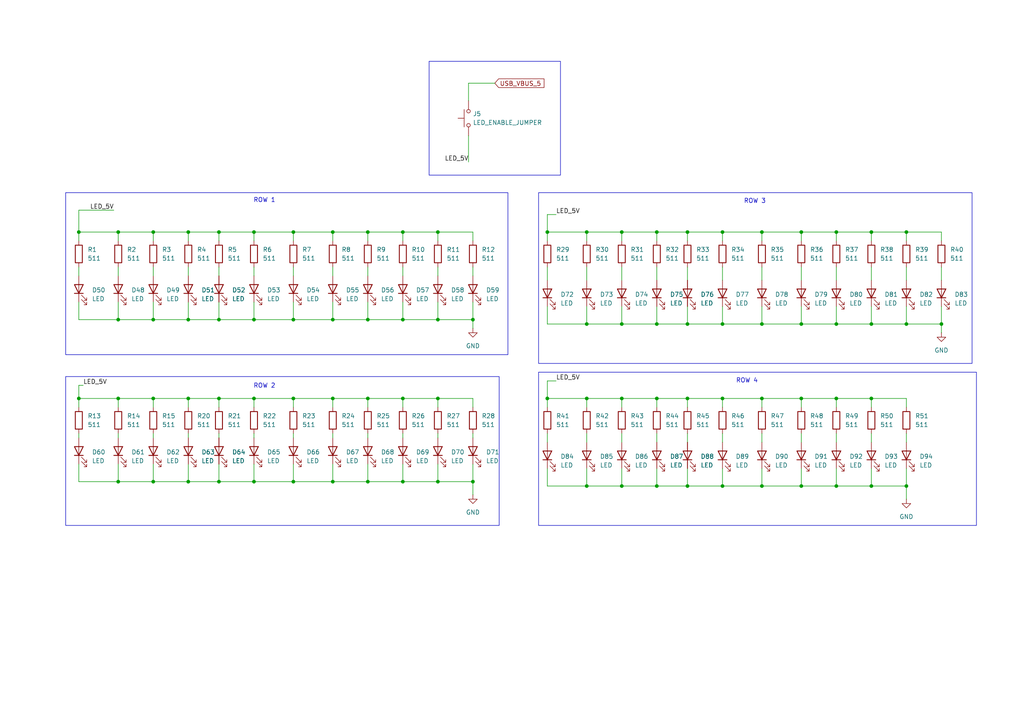
<source format=kicad_sch>
(kicad_sch (version 20231120) (generator "eeschema") (generator_version "8.0")
  (paper "A4")
  (title_block (title "40% Keyboard Switch Matrix") (date "2024-03-30") (rev "4") (company "Luke Zambella"))
  (lib_symbols
    (symbol "Device:LED" (pin_numbers hide) (pin_names (offset 1.016) hide)
      (property "Reference" "D" (at 0 2.54 0))
      (property "Value" "LED" (at 0 -2.54 0))
      (symbol "LED_1_1"
        (pin passive line (at -3.81 0 0) (length 2.54) (name "K") (number "1"))
        (pin passive line (at 3.81 0 180) (length 2.54) (name "A") (number "2"))
      )
    )
    (symbol "Device:R" (pin_numbers hide) (pin_names (offset 0))
      (property "Reference" "R" (at 2.032 0 90))
      (property "Value" "R" (at 0 0 90))
      (symbol "R_1_1"
        (pin passive line (at 0 3.81 270) (length 1.27) (name "~") (number "1"))
        (pin passive line (at 0 -3.81 90) (length 1.27) (name "~") (number "2"))
      )
    )
    (symbol "Switches:SW_Push" (pin_numbers hide) (pin_names (offset 1.016) hide)
      (property "Reference" "SW" (at 1.27 2.54 0))
      (property "Value" "SW_Push" (at 0 -1.524 0))
      (symbol "SW_Push_0_1"
        (pin passive line (at -5.08 0 0) (length 2.54) (name "1") (number "1"))
        (pin passive line (at 5.08 0 180) (length 2.54) (name "2") (number "2"))
      )
    )
    (symbol "power:GND" (power) (pin_numbers hide) (pin_names (offset 0) hide)
      (property "Value" "GND" (at 0 -3.81 0))
      (symbol "GND_1_1"
        (pin power_in line (at 0 0 270) (length 0) (name "~") (number "1"))
      )
    )
  )
  (junction (at 127 115.57))
  (junction (at 170.18 67.31))
  (junction (at 158.75 67.31))
  (junction (at 54.61 67.31))
  (junction (at 44.45 115.57))
  (junction (at 199.39 93.98))
  (junction (at 116.84 139.7))
  (junction (at 209.55 67.31))
  (junction (at 116.84 67.31))
  (junction (at 73.66 92.71))
  (junction (at 232.41 115.57))
  (junction (at 190.5 67.31))
  (junction (at 44.45 67.31))
  (junction (at 73.66 67.31))
  (junction (at 127 139.7))
  (junction (at 54.61 115.57))
  (junction (at 209.55 140.97))
  (junction (at 106.68 139.7))
  (junction (at 106.68 67.31))
  (junction (at 96.52 67.31))
  (junction (at 96.52 115.57))
  (junction (at 180.34 115.57))
  (junction (at 180.34 93.98))
  (junction (at 34.29 115.57))
  (junction (at 22.86 67.31))
  (junction (at 106.68 115.57))
  (junction (at 209.55 93.98))
  (junction (at 158.75 115.57))
  (junction (at 190.5 93.98))
  (junction (at 137.16 139.7))
  (junction (at 127 67.31))
  (junction (at 170.18 140.97))
  (junction (at 252.73 115.57))
  (junction (at 170.18 93.98))
  (junction (at 262.89 67.31))
  (junction (at 262.89 140.97))
  (junction (at 220.98 140.97))
  (junction (at 63.5 67.31))
  (junction (at 63.5 139.7))
  (junction (at 22.86 115.57))
  (junction (at 54.61 139.7))
  (junction (at 199.39 140.97))
  (junction (at 232.41 140.97))
  (junction (at 252.73 140.97))
  (junction (at 242.57 67.31))
  (junction (at 220.98 93.98))
  (junction (at 209.55 115.57))
  (junction (at 273.05 93.98))
  (junction (at 220.98 115.57))
  (junction (at 116.84 115.57))
  (junction (at 242.57 140.97))
  (junction (at 34.29 92.71))
  (junction (at 262.89 93.98))
  (junction (at 34.29 67.31))
  (junction (at 96.52 139.7))
  (junction (at 190.5 140.97))
  (junction (at 54.61 92.71))
  (junction (at 73.66 139.7))
  (junction (at 63.5 92.71))
  (junction (at 44.45 139.7))
  (junction (at 96.52 92.71))
  (junction (at 73.66 115.57))
  (junction (at 34.29 139.7))
  (junction (at 242.57 115.57))
  (junction (at 252.73 93.98))
  (junction (at 252.73 67.31))
  (junction (at 85.09 139.7))
  (junction (at 85.09 115.57))
  (junction (at 199.39 67.31))
  (junction (at 180.34 140.97))
  (junction (at 242.57 93.98))
  (junction (at 116.84 92.71))
  (junction (at 85.09 92.71))
  (junction (at 63.5 115.57))
  (junction (at 232.41 93.98))
  (junction (at 137.16 92.71))
  (junction (at 106.68 92.71))
  (junction (at 199.39 115.57))
  (junction (at 127 92.71))
  (junction (at 170.18 115.57))
  (junction (at 220.98 67.31))
  (junction (at 180.34 67.31))
  (junction (at 44.45 92.71))
  (junction (at 232.41 67.31))
  (junction (at 190.5 115.57))
  (junction (at 85.09 67.31))
  (wire (pts (xy 137.16 115.57) (xy 127 115.57)))
  (wire (pts (xy 158.75 88.9) (xy 158.75 93.98)))
  (wire (pts (xy 143.51 24.13) (xy 135.89 24.13)))
  (wire (pts (xy 22.86 134.62) (xy 22.86 139.7)))
  (wire (pts (xy 135.89 39.37) (xy 135.89 46.99)))
  (wire (pts (xy 127 69.85) (xy 127 67.31)))
  (wire (pts (xy 158.75 135.89) (xy 158.75 140.97)))
  (wire (pts (xy 190.5 125.73) (xy 190.5 128.27)))
  (wire (pts (xy 232.41 69.85) (xy 232.41 67.31)))
  (wire (pts (xy 242.57 115.57) (xy 232.41 115.57)))
  (wire (pts (xy 63.5 69.85) (xy 63.5 67.31)))
  (wire (pts (xy 137.16 77.47) (xy 137.16 80.01)))
  (wire (pts (xy 158.75 67.31) (xy 158.75 69.85)))
  (wire (pts (xy 22.86 77.47) (xy 22.86 80.01)))
  (wire (pts (xy 232.41 93.98) (xy 242.57 93.98)))
  (wire (pts (xy 242.57 88.9) (xy 242.57 93.98)))
  (wire (pts (xy 96.52 69.85) (xy 96.52 67.31)))
  (wire (pts (xy 22.86 67.31) (xy 22.86 69.85)))
  (wire (pts (xy 262.89 115.57) (xy 252.73 115.57)))
  (wire (pts (xy 180.34 140.97) (xy 190.5 140.97)))
  (wire (pts (xy 242.57 140.97) (xy 252.73 140.97)))
  (wire (pts (xy 116.84 87.63) (xy 116.84 92.71)))
  (wire (pts (xy 209.55 67.31) (xy 199.39 67.31)))
  (wire (pts (xy 180.34 93.98) (xy 190.5 93.98)))
  (wire (pts (xy 242.57 67.31) (xy 232.41 67.31)))
  (wire (pts (xy 262.89 77.47) (xy 262.89 81.28)))
  (wire (pts (xy 116.84 92.71) (xy 127 92.71)))
  (wire (pts (xy 22.86 111.76) (xy 22.86 115.57)))
  (wire (pts (xy 116.84 118.11) (xy 116.84 115.57)))
  (wire (pts (xy 44.45 139.7) (xy 54.61 139.7)))
  (wire (pts (xy 22.86 92.71) (xy 34.29 92.71)))
  (wire (pts (xy 127 118.11) (xy 127 115.57)))
  (wire (pts (xy 44.45 118.11) (xy 44.45 115.57)))
  (wire (pts (xy 73.66 139.7) (xy 85.09 139.7)))
  (wire (pts (xy 199.39 77.47) (xy 199.39 81.28)))
  (wire (pts (xy 73.66 118.11) (xy 73.66 115.57)))
  (wire (pts (xy 273.05 93.98) (xy 273.05 96.52)))
  (wire (pts (xy 63.5 139.7) (xy 73.66 139.7)))
  (wire (pts (xy 137.16 92.71) (xy 137.16 87.63)))
  (wire (pts (xy 158.75 62.23) (xy 158.75 67.31)))
  (wire (pts (xy 180.34 115.57) (xy 190.5 115.57)))
  (wire (pts (xy 158.75 62.23) (xy 161.29 62.23)))
  (wire (pts (xy 106.68 87.63) (xy 106.68 92.71)))
  (wire (pts (xy 232.41 115.57) (xy 220.98 115.57)))
  (wire (pts (xy 199.39 69.85) (xy 199.39 67.31)))
  (wire (pts (xy 137.16 67.31) (xy 127 67.31)))
  (wire (pts (xy 96.52 125.73) (xy 96.52 127)))
  (wire (pts (xy 137.16 92.71) (xy 137.16 95.25)))
  (wire (pts (xy 22.86 60.96) (xy 22.86 67.31)))
  (wire (pts (xy 96.52 92.71) (xy 106.68 92.71)))
  (wire (pts (xy 273.05 77.47) (xy 273.05 81.28)))
  (wire (pts (xy 96.52 134.62) (xy 96.52 139.7)))
  (wire (pts (xy 199.39 125.73) (xy 199.39 128.27)))
  (wire (pts (xy 137.16 69.85) (xy 137.16 67.31)))
  (wire (pts (xy 96.52 139.7) (xy 106.68 139.7)))
  (wire (pts (xy 106.68 67.31) (xy 96.52 67.31)))
  (wire (pts (xy 252.73 118.11) (xy 252.73 115.57)))
  (wire (pts (xy 116.84 139.7) (xy 127 139.7)))
  (wire (pts (xy 54.61 118.11) (xy 54.61 115.57)))
  (wire (pts (xy 22.86 111.76) (xy 24.13 111.76)))
  (wire (pts (xy 63.5 67.31) (xy 54.61 67.31)))
  (wire (pts (xy 85.09 115.57) (xy 73.66 115.57)))
  (wire (pts (xy 252.73 135.89) (xy 252.73 140.97)))
  (wire (pts (xy 199.39 115.57) (xy 190.5 115.57)))
  (wire (pts (xy 262.89 93.98) (xy 273.05 93.98)))
  (wire (pts (xy 34.29 139.7) (xy 44.45 139.7)))
  (wire (pts (xy 180.34 67.31) (xy 190.5 67.31)))
  (wire (pts (xy 63.5 77.47) (xy 63.5 80.01)))
  (wire (pts (xy 33.02 60.96) (xy 22.86 60.96)))
  (wire (pts (xy 54.61 69.85) (xy 54.61 67.31)))
  (wire (pts (xy 44.45 67.31) (xy 54.61 67.31)))
  (wire (pts (xy 116.84 134.62) (xy 116.84 139.7)))
  (wire (pts (xy 232.41 77.47) (xy 232.41 81.28)))
  (wire (pts (xy 116.84 125.73) (xy 116.84 127)))
  (wire (pts (xy 85.09 125.73) (xy 85.09 127)))
  (wire (pts (xy 252.73 88.9) (xy 252.73 93.98)))
  (wire (pts (xy 190.5 69.85) (xy 190.5 67.31)))
  (wire (pts (xy 54.61 139.7) (xy 63.5 139.7)))
  (wire (pts (xy 180.34 118.11) (xy 180.34 115.57)))
  (wire (pts (xy 106.68 134.62) (xy 106.68 139.7)))
  (wire (pts (xy 127 125.73) (xy 127 127)))
  (wire (pts (xy 44.45 87.63) (xy 44.45 92.71)))
  (wire (pts (xy 170.18 67.31) (xy 180.34 67.31)))
  (wire (pts (xy 232.41 88.9) (xy 232.41 93.98)))
  (wire (pts (xy 116.84 67.31) (xy 106.68 67.31)))
  (wire (pts (xy 220.98 125.73) (xy 220.98 128.27)))
  (wire (pts (xy 220.98 135.89) (xy 220.98 140.97)))
  (wire (pts (xy 209.55 77.47) (xy 209.55 81.28)))
  (wire (pts (xy 96.52 67.31) (xy 85.09 67.31)))
  (wire (pts (xy 127 87.63) (xy 127 92.71)))
  (wire (pts (xy 54.61 134.62) (xy 54.61 139.7)))
  (wire (pts (xy 158.75 110.49) (xy 161.29 110.49)))
  (wire (pts (xy 22.86 139.7) (xy 34.29 139.7)))
  (wire (pts (xy 242.57 69.85) (xy 242.57 67.31)))
  (wire (pts (xy 170.18 118.11) (xy 170.18 115.57)))
  (wire (pts (xy 170.18 115.57) (xy 158.75 115.57)))
  (wire (pts (xy 242.57 77.47) (xy 242.57 81.28)))
  (wire (pts (xy 34.29 134.62) (xy 34.29 139.7)))
  (wire (pts (xy 252.73 69.85) (xy 252.73 67.31)))
  (wire (pts (xy 170.18 115.57) (xy 180.34 115.57)))
  (wire (pts (xy 63.5 118.11) (xy 63.5 115.57)))
  (wire (pts (xy 34.29 125.73) (xy 34.29 127)))
  (wire (pts (xy 73.66 87.63) (xy 73.66 92.71)))
  (wire (pts (xy 158.75 110.49) (xy 158.75 115.57)))
  (wire (pts (xy 73.66 69.85) (xy 73.66 67.31)))
  (wire (pts (xy 242.57 118.11) (xy 242.57 115.57)))
  (wire (pts (xy 63.5 115.57) (xy 54.61 115.57)))
  (wire (pts (xy 127 115.57) (xy 116.84 115.57)))
  (wire (pts (xy 85.09 69.85) (xy 85.09 67.31)))
  (wire (pts (xy 158.75 115.57) (xy 158.75 118.11)))
  (wire (pts (xy 85.09 92.71) (xy 96.52 92.71)))
  (wire (pts (xy 209.55 69.85) (xy 209.55 67.31)))
  (wire (pts (xy 85.09 134.62) (xy 85.09 139.7)))
  (wire (pts (xy 262.89 140.97) (xy 262.89 144.78)))
  (wire (pts (xy 34.29 92.71) (xy 44.45 92.71)))
  (wire (pts (xy 252.73 140.97) (xy 262.89 140.97)))
  (wire (pts (xy 34.29 69.85) (xy 34.29 67.31)))
  (wire (pts (xy 137.16 118.11) (xy 137.16 115.57)))
  (wire (pts (xy 34.29 67.31) (xy 22.86 67.31)))
  (wire (pts (xy 262.89 69.85) (xy 262.89 67.31)))
  (wire (pts (xy 170.18 140.97) (xy 180.34 140.97)))
  (wire (pts (xy 273.05 67.31) (xy 262.89 67.31)))
  (wire (pts (xy 106.68 139.7) (xy 116.84 139.7)))
  (wire (pts (xy 199.39 135.89) (xy 199.39 140.97)))
  (wire (pts (xy 220.98 118.11) (xy 220.98 115.57)))
  (wire (pts (xy 96.52 77.47) (xy 96.52 80.01)))
  (wire (pts (xy 209.55 118.11) (xy 209.55 115.57)))
  (wire (pts (xy 106.68 115.57) (xy 96.52 115.57)))
  (wire (pts (xy 127 139.7) (xy 137.16 139.7)))
  (wire (pts (xy 158.75 140.97) (xy 170.18 140.97)))
  (wire (pts (xy 106.68 77.47) (xy 106.68 80.01)))
  (wire (pts (xy 242.57 93.98) (xy 252.73 93.98)))
  (wire (pts (xy 242.57 135.89) (xy 242.57 140.97)))
  (wire (pts (xy 116.84 69.85) (xy 116.84 67.31)))
  (wire (pts (xy 170.18 88.9) (xy 170.18 93.98)))
  (wire (pts (xy 220.98 140.97) (xy 232.41 140.97)))
  (wire (pts (xy 252.73 125.73) (xy 252.73 128.27)))
  (wire (pts (xy 34.29 77.47) (xy 34.29 80.01)))
  (wire (pts (xy 137.16 125.73) (xy 137.16 127)))
  (wire (pts (xy 209.55 88.9) (xy 209.55 93.98)))
  (wire (pts (xy 190.5 88.9) (xy 190.5 93.98)))
  (wire (pts (xy 180.34 125.73) (xy 180.34 128.27)))
  (wire (pts (xy 34.29 67.31) (xy 44.45 67.31)))
  (wire (pts (xy 232.41 135.89) (xy 232.41 140.97)))
  (wire (pts (xy 209.55 115.57) (xy 199.39 115.57)))
  (wire (pts (xy 127 134.62) (xy 127 139.7)))
  (wire (pts (xy 232.41 125.73) (xy 232.41 128.27)))
  (wire (pts (xy 180.34 135.89) (xy 180.34 140.97)))
  (wire (pts (xy 220.98 67.31) (xy 209.55 67.31)))
  (wire (pts (xy 190.5 93.98) (xy 199.39 93.98)))
  (wire (pts (xy 22.86 87.63) (xy 22.86 92.71)))
  (wire (pts (xy 199.39 67.31) (xy 190.5 67.31)))
  (wire (pts (xy 242.57 125.73) (xy 242.57 128.27)))
  (wire (pts (xy 63.5 125.73) (xy 63.5 127)))
  (wire (pts (xy 232.41 140.97) (xy 242.57 140.97)))
  (wire (pts (xy 96.52 87.63) (xy 96.52 92.71)))
  (wire (pts (xy 199.39 140.97) (xy 209.55 140.97)))
  (wire (pts (xy 199.39 88.9) (xy 199.39 93.98)))
  (wire (pts (xy 44.45 125.73) (xy 44.45 127)))
  (wire (pts (xy 220.98 115.57) (xy 209.55 115.57)))
  (wire (pts (xy 63.5 134.62) (xy 63.5 139.7)))
  (wire (pts (xy 190.5 77.47) (xy 190.5 81.28)))
  (wire (pts (xy 262.89 125.73) (xy 262.89 128.27)))
  (wire (pts (xy 262.89 135.89) (xy 262.89 140.97)))
  (wire (pts (xy 34.29 87.63) (xy 34.29 92.71)))
  (wire (pts (xy 273.05 69.85) (xy 273.05 67.31)))
  (wire (pts (xy 180.34 88.9) (xy 180.34 93.98)))
  (wire (pts (xy 44.45 92.71) (xy 54.61 92.71)))
  (wire (pts (xy 54.61 92.71) (xy 63.5 92.71)))
  (wire (pts (xy 22.86 125.73) (xy 22.86 127)))
  (wire (pts (xy 262.89 118.11) (xy 262.89 115.57)))
  (wire (pts (xy 34.29 115.57) (xy 22.86 115.57)))
  (wire (pts (xy 127 77.47) (xy 127 80.01)))
  (wire (pts (xy 127 67.31) (xy 116.84 67.31)))
  (wire (pts (xy 135.89 24.13) (xy 135.89 29.21)))
  (wire (pts (xy 137.16 139.7) (xy 137.16 143.51)))
  (wire (pts (xy 54.61 87.63) (xy 54.61 92.71)))
  (wire (pts (xy 106.68 92.71) (xy 116.84 92.71)))
  (wire (pts (xy 73.66 92.71) (xy 85.09 92.71)))
  (wire (pts (xy 63.5 87.63) (xy 63.5 92.71)))
  (wire (pts (xy 199.39 118.11) (xy 199.39 115.57)))
  (wire (pts (xy 209.55 135.89) (xy 209.55 140.97)))
  (wire (pts (xy 158.75 125.73) (xy 158.75 128.27)))
  (wire (pts (xy 54.61 125.73) (xy 54.61 127)))
  (wire (pts (xy 44.45 77.47) (xy 44.45 80.01)))
  (wire (pts (xy 106.68 118.11) (xy 106.68 115.57)))
  (wire (pts (xy 73.66 67.31) (xy 63.5 67.31)))
  (wire (pts (xy 199.39 93.98) (xy 209.55 93.98)))
  (wire (pts (xy 190.5 140.97) (xy 199.39 140.97)))
  (wire (pts (xy 158.75 77.47) (xy 158.75 81.28)))
  (wire (pts (xy 34.29 118.11) (xy 34.29 115.57)))
  (wire (pts (xy 252.73 67.31) (xy 242.57 67.31)))
  (wire (pts (xy 34.29 115.57) (xy 44.45 115.57)))
  (wire (pts (xy 137.16 139.7) (xy 137.16 134.62)))
  (wire (pts (xy 96.52 115.57) (xy 85.09 115.57)))
  (wire (pts (xy 96.52 118.11) (xy 96.52 115.57)))
  (wire (pts (xy 170.18 69.85) (xy 170.18 67.31)))
  (wire (pts (xy 85.09 77.47) (xy 85.09 80.01)))
  (wire (pts (xy 170.18 67.31) (xy 158.75 67.31)))
  (wire (pts (xy 158.75 93.98) (xy 170.18 93.98)))
  (wire (pts (xy 106.68 69.85) (xy 106.68 67.31)))
  (wire (pts (xy 85.09 139.7) (xy 96.52 139.7)))
  (wire (pts (xy 106.68 125.73) (xy 106.68 127)))
  (wire (pts (xy 170.18 77.47) (xy 170.18 81.28)))
  (wire (pts (xy 262.89 67.31) (xy 252.73 67.31)))
  (wire (pts (xy 220.98 69.85) (xy 220.98 67.31)))
  (wire (pts (xy 209.55 93.98) (xy 220.98 93.98)))
  (wire (pts (xy 220.98 88.9) (xy 220.98 93.98)))
  (wire (pts (xy 262.89 88.9) (xy 262.89 93.98)))
  (wire (pts (xy 73.66 125.73) (xy 73.66 127)))
  (wire (pts (xy 209.55 125.73) (xy 209.55 128.27)))
  (wire (pts (xy 180.34 77.47) (xy 180.34 81.28)))
  (wire (pts (xy 22.86 115.57) (xy 22.86 118.11)))
  (wire (pts (xy 252.73 93.98) (xy 262.89 93.98)))
  (wire (pts (xy 44.45 134.62) (xy 44.45 139.7)))
  (wire (pts (xy 116.84 77.47) (xy 116.84 80.01)))
  (wire (pts (xy 252.73 115.57) (xy 242.57 115.57)))
  (wire (pts (xy 44.45 115.57) (xy 54.61 115.57)))
  (wire (pts (xy 170.18 125.73) (xy 170.18 128.27)))
  (wire (pts (xy 116.84 115.57) (xy 106.68 115.57)))
  (wire (pts (xy 220.98 77.47) (xy 220.98 81.28)))
  (wire (pts (xy 190.5 118.11) (xy 190.5 115.57)))
  (wire (pts (xy 73.66 134.62) (xy 73.66 139.7)))
  (wire (pts (xy 190.5 135.89) (xy 190.5 140.97)))
  (wire (pts (xy 273.05 93.98) (xy 273.05 88.9)))
  (wire (pts (xy 85.09 118.11) (xy 85.09 115.57)))
  (wire (pts (xy 209.55 140.97) (xy 220.98 140.97)))
  (wire (pts (xy 73.66 115.57) (xy 63.5 115.57)))
  (wire (pts (xy 63.5 92.71) (xy 73.66 92.71)))
  (wire (pts (xy 220.98 93.98) (xy 232.41 93.98)))
  (wire (pts (xy 170.18 135.89) (xy 170.18 140.97)))
  (wire (pts (xy 44.45 69.85) (xy 44.45 67.31)))
  (wire (pts (xy 170.18 93.98) (xy 180.34 93.98)))
  (wire (pts (xy 73.66 77.47) (xy 73.66 80.01)))
  (wire (pts (xy 232.41 118.11) (xy 232.41 115.57)))
  (wire (pts (xy 232.41 67.31) (xy 220.98 67.31)))
  (wire (pts (xy 54.61 77.47) (xy 54.61 80.01)))
  (wire (pts (xy 252.73 77.47) (xy 252.73 81.28)))
  (wire (pts (xy 127 92.71) (xy 137.16 92.71)))
  (wire (pts (xy 85.09 87.63) (xy 85.09 92.71)))
  (wire (pts (xy 85.09 67.31) (xy 73.66 67.31)))
  (wire (pts (xy 180.34 69.85) (xy 180.34 67.31)))
  (rectangle (start 124.46 17.78) (end 162.56 50.8))
  (rectangle (start 156.21 55.88) (end 281.94 105.41))
  (rectangle (start 156.21 107.95) (end 283.21 152.4))
  (rectangle (start 19.05 55.88) (end 147.32 102.87))
  (rectangle (start 19.05 109.22) (end 144.78 152.4))
  (text "ROW 2" (at 76.708 112.014 0) (effects (font (size 1.27 1.27))))
  (text "ROW 4" (at 216.662 110.49 0) (effects (font (size 1.27 1.27))))
  (text "ROW 3" (at 218.948 58.42 0) (effects (font (size 1.27 1.27))))
  (text "ROW 1" (at 76.708 58.166 0) (effects (font (size 1.27 1.27))))
  (label "LED_5V" (at 33.02 60.96 180))
  (label "LED_5V" (at 135.89 46.99 180))
  (label "LED_5V" (at 161.29 110.49 0))
  (label "LED_5V" (at 24.13 111.76 0))
  (label "LED_5V" (at 161.29 62.23 0))
  (global_label "USB_VBUS_5" (shape input) (at 143.51 24.13 0) (property "Intersheetrefs" "${INTERSHEET_REFS}" (effects (hide yes))))
  (symbol (lib_id "Device:LED") (at 220.98 85.09 90) (unit 1)
    (property "Reference" "D78" (at 224.79 85.4074 90) (effects (justify right)))
    (property "Value" "LED" (at 224.79 87.9474 90) (effects (justify right)))
    (property "Footprint" "LED_SMD:LED_1206_3216Metric_Pad1.42x1.75mm_HandSolder" (effects (hide yes)))
    (property "Datasheet" "https://www.we-online.com/components/products/datasheet/150120AS75000.pdf" (effects (hide yes)))
    (property "Description" "Light emitting diode" (effects (hide yes)))
    (property "Store Page" "https://www.digikey.com/en/products/detail/w%C3%BCrth-elektronik/150120AS75000/4489930" (effects (hide yes)))
    (property "Component" "150120AS75000" (effects (hide yes)))
  )
  (symbol (lib_id "Device:LED") (at 252.73 132.08 90) (unit 1)
    (property "Reference" "D93" (at 256.54 132.3974 90) (effects (justify right)))
    (property "Value" "LED" (at 256.54 134.9374 90) (effects (justify right)))
    (property "Footprint" "LED_SMD:LED_1206_3216Metric_Pad1.42x1.75mm_HandSolder" (effects (hide yes)))
    (property "Datasheet" "https://www.we-online.com/components/products/datasheet/150120AS75000.pdf" (effects (hide yes)))
    (property "Description" "Light emitting diode" (effects (hide yes)))
    (property "Store Page" "https://www.digikey.com/en/products/detail/w%C3%BCrth-elektronik/150120AS75000/4489930" (effects (hide yes)))
    (property "Component" "150120AS75000" (effects (hide yes)))
  )
  (symbol (lib_id "Device:LED") (at 262.89 85.09 90) (unit 1)
    (property "Reference" "D82" (at 266.7 85.4074 90) (effects (justify right)))
    (property "Value" "LED" (at 266.7 87.9474 90) (effects (justify right)))
    (property "Footprint" "LED_SMD:LED_1206_3216Metric_Pad1.42x1.75mm_HandSolder" (effects (hide yes)))
    (property "Datasheet" "https://www.we-online.com/components/products/datasheet/150120AS75000.pdf" (effects (hide yes)))
    (property "Description" "Light emitting diode" (effects (hide yes)))
    (property "Store Page" "https://www.digikey.com/en/products/detail/w%C3%BCrth-elektronik/150120AS75000/4489930" (effects (hide yes)))
    (property "Component" "150120AS75000" (effects (hide yes)))
  )
  (symbol (lib_id "Device:R") (at 96.52 73.66 0) (unit 1)
    (property "Reference" "R8" (at 99.06 72.3899 0) (effects (justify left)))
    (property "Value" "511" (at 99.06 74.9299 0) (effects (justify left)))
    (property "Footprint" "Resistor_SMD:R_1206_3216Metric_Pad1.30x1.75mm_HandSolder" (effects (hide yes)))
    (property "Description" "Resistor" (effects (hide yes)))
  )
  (symbol (lib_id "Device:R") (at 73.66 73.66 0) (unit 1)
    (property "Reference" "R6" (at 76.2 72.3899 0) (effects (justify left)))
    (property "Value" "511" (at 76.2 74.9299 0) (effects (justify left)))
    (property "Footprint" "Resistor_SMD:R_1206_3216Metric_Pad1.30x1.75mm_HandSolder" (effects (hide yes)))
    (property "Description" "Resistor" (effects (hide yes)))
  )
  (symbol (lib_id "Device:LED") (at 209.55 132.08 90) (unit 1)
    (property "Reference" "D89" (at 213.36 132.3974 90) (effects (justify right)))
    (property "Value" "LED" (at 213.36 134.9374 90) (effects (justify right)))
    (property "Footprint" "LED_SMD:LED_1206_3216Metric_Pad1.42x1.75mm_HandSolder" (effects (hide yes)))
    (property "Datasheet" "https://www.we-online.com/components/products/datasheet/150120AS75000.pdf" (effects (hide yes)))
    (property "Description" "Light emitting diode" (effects (hide yes)))
    (property "Store Page" "https://www.digikey.com/en/products/detail/w%C3%BCrth-elektronik/150120AS75000/4489930" (effects (hide yes)))
    (property "Component" "150120AS75000" (effects (hide yes)))
  )
  (symbol (lib_id "Device:LED") (at 116.84 130.81 90) (unit 1)
    (property "Reference" "D69" (at 120.65 131.1274 90) (effects (justify right)))
    (property "Value" "LED" (at 120.65 133.6674 90) (effects (justify right)))
    (property "Footprint" "LED_SMD:LED_1206_3216Metric_Pad1.42x1.75mm_HandSolder" (effects (hide yes)))
    (property "Datasheet" "https://www.we-online.com/components/products/datasheet/150120AS75000.pdf" (effects (hide yes)))
    (property "Description" "Light emitting diode" (effects (hide yes)))
    (property "Store Page" "https://www.digikey.com/en/products/detail/w%C3%BCrth-elektronik/150120AS75000/4489930" (effects (hide yes)))
    (property "Component" "150120AS75000" (effects (hide yes)))
  )
  (symbol (lib_id "Device:R") (at 252.73 121.92 0) (unit 1)
    (property "Reference" "R50" (at 255.27 120.6499 0) (effects (justify left)))
    (property "Value" "511" (at 255.27 123.1899 0) (effects (justify left)))
    (property "Footprint" "Resistor_SMD:R_1206_3216Metric_Pad1.30x1.75mm_HandSolder" (effects (hide yes)))
    (property "Description" "Resistor" (effects (hide yes)))
  )
  (symbol (lib_id "Device:R") (at 106.68 73.66 0) (unit 1)
    (property "Reference" "R9" (at 109.22 72.3899 0) (effects (justify left)))
    (property "Value" "511" (at 109.22 74.9299 0) (effects (justify left)))
    (property "Footprint" "Resistor_SMD:R_1206_3216Metric_Pad1.30x1.75mm_HandSolder" (effects (hide yes)))
    (property "Description" "Resistor" (effects (hide yes)))
  )
  (symbol (lib_id "Device:LED") (at 106.68 130.81 90) (unit 1)
    (property "Reference" "D68" (at 110.49 131.1274 90) (effects (justify right)))
    (property "Value" "LED" (at 110.49 133.6674 90) (effects (justify right)))
    (property "Footprint" "LED_SMD:LED_1206_3216Metric_Pad1.42x1.75mm_HandSolder" (effects (hide yes)))
    (property "Datasheet" "https://www.we-online.com/components/products/datasheet/150120AS75000.pdf" (effects (hide yes)))
    (property "Description" "Light emitting diode" (effects (hide yes)))
    (property "Store Page" "https://www.digikey.com/en/products/detail/w%C3%BCrth-elektronik/150120AS75000/4489930" (effects (hide yes)))
    (property "Component" "150120AS75000" (effects (hide yes)))
  )
  (symbol (lib_id "Device:LED") (at 190.5 132.08 90) (unit 1)
    (property "Reference" "D87" (at 194.31 132.3974 90) (effects (justify right)))
    (property "Value" "LED" (at 194.31 134.9374 90) (effects (justify right)))
    (property "Footprint" "LED_SMD:LED_1206_3216Metric_Pad1.42x1.75mm_HandSolder" (effects (hide yes)))
    (property "Datasheet" "https://www.we-online.com/components/products/datasheet/150120AS75000.pdf" (effects (hide yes)))
    (property "Description" "Light emitting diode" (effects (hide yes)))
    (property "Store Page" "https://www.digikey.com/en/products/detail/w%C3%BCrth-elektronik/150120AS75000/4489930" (effects (hide yes)))
    (property "Component" "150120AS75000" (effects (hide yes)))
  )
  (symbol (lib_id "Device:LED") (at 127 130.81 90) (unit 1)
    (property "Reference" "D70" (at 130.81 131.1274 90) (effects (justify right)))
    (property "Value" "LED" (at 130.81 133.6674 90) (effects (justify right)))
    (property "Footprint" "LED_SMD:LED_1206_3216Metric_Pad1.42x1.75mm_HandSolder" (effects (hide yes)))
    (property "Datasheet" "https://www.we-online.com/components/products/datasheet/150120AS75000.pdf" (effects (hide yes)))
    (property "Description" "Light emitting diode" (effects (hide yes)))
    (property "Store Page" "https://www.digikey.com/en/products/detail/w%C3%BCrth-elektronik/150120AS75000/4489930" (effects (hide yes)))
    (property "Component" "150120AS75000" (effects (hide yes)))
  )
  (symbol (lib_id "Device:R") (at 170.18 121.92 0) (unit 1)
    (property "Reference" "R42" (at 172.72 120.6499 0) (effects (justify left)))
    (property "Value" "511" (at 172.72 123.1899 0) (effects (justify left)))
    (property "Footprint" "Resistor_SMD:R_1206_3216Metric_Pad1.30x1.75mm_HandSolder" (effects (hide yes)))
    (property "Description" "Resistor" (effects (hide yes)))
  )
  (symbol (lib_id "Device:R") (at 209.55 121.92 0) (unit 1)
    (property "Reference" "R46" (at 212.09 120.6499 0) (effects (justify left)))
    (property "Value" "511" (at 212.09 123.1899 0) (effects (justify left)))
    (property "Footprint" "Resistor_SMD:R_1206_3216Metric_Pad1.30x1.75mm_HandSolder" (effects (hide yes)))
    (property "Description" "Resistor" (effects (hide yes)))
  )
  (symbol (lib_id "Device:LED") (at 190.5 85.09 90) (unit 1)
    (property "Reference" "D75" (at 194.31 85.4074 90) (effects (justify right)))
    (property "Value" "LED" (at 194.31 87.9474 90) (effects (justify right)))
    (property "Footprint" "LED_SMD:LED_1206_3216Metric_Pad1.42x1.75mm_HandSolder" (effects (hide yes)))
    (property "Datasheet" "https://www.we-online.com/components/products/datasheet/150120AS75000.pdf" (effects (hide yes)))
    (property "Description" "Light emitting diode" (effects (hide yes)))
    (property "Store Page" "https://www.digikey.com/en/products/detail/w%C3%BCrth-elektronik/150120AS75000/4489930" (effects (hide yes)))
    (property "Component" "150120AS75000" (effects (hide yes)))
  )
  (symbol (lib_id "Device:LED") (at 199.39 85.09 90) (unit 1)
    (property "Reference" "D76" (at 203.2 85.4074 90) (effects (justify right)))
    (property "Value" "LED" (at 203.2 87.9474 90) (effects (justify right)))
    (property "Footprint" "LED_SMD:LED_1206_3216Metric_Pad1.42x1.75mm_HandSolder" (effects (hide yes)))
    (property "Datasheet" "https://www.we-online.com/components/products/datasheet/150120AS75000.pdf" (effects (hide yes)))
    (property "Description" "Light emitting diode" (effects (hide yes)))
    (property "Store Page" "https://www.digikey.com/en/products/detail/w%C3%BCrth-elektronik/150120AS75000/4489930" (effects (hide yes)))
    (property "Component" "150120AS75000" (effects (hide yes)))
  )
  (symbol (lib_id "Device:LED") (at 158.75 85.09 90) (unit 1)
    (property "Reference" "D72" (at 162.56 85.4074 90) (effects (justify right)))
    (property "Value" "LED" (at 162.56 87.9474 90) (effects (justify right)))
    (property "Footprint" "LED_SMD:LED_1206_3216Metric_Pad1.42x1.75mm_HandSolder" (effects (hide yes)))
    (property "Datasheet" "https://www.we-online.com/components/products/datasheet/150120AS75000.pdf" (effects (hide yes)))
    (property "Description" "Light emitting diode" (effects (hide yes)))
    (property "Store Page" "https://www.digikey.com/en/products/detail/w%C3%BCrth-elektronik/150120AS75000/4489930" (effects (hide yes)))
    (property "Component" "150120AS75000" (effects (hide yes)))
  )
  (symbol (lib_id "Device:LED") (at 180.34 132.08 90) (unit 1)
    (property "Reference" "D86" (at 184.15 132.3974 90) (effects (justify right)))
    (property "Value" "LED" (at 184.15 134.9374 90) (effects (justify right)))
    (property "Footprint" "LED_SMD:LED_1206_3216Metric_Pad1.42x1.75mm_HandSolder" (effects (hide yes)))
    (property "Datasheet" "https://www.we-online.com/components/products/datasheet/150120AS75000.pdf" (effects (hide yes)))
    (property "Description" "Light emitting diode" (effects (hide yes)))
    (property "Store Page" "https://www.digikey.com/en/products/detail/w%C3%BCrth-elektronik/150120AS75000/4489930" (effects (hide yes)))
    (property "Component" "150120AS75000" (effects (hide yes)))
  )
  (symbol (lib_id "Device:R") (at 116.84 121.92 0) (unit 1)
    (property "Reference" "R26" (at 119.38 120.6499 0) (effects (justify left)))
    (property "Value" "511" (at 119.38 123.1899 0) (effects (justify left)))
    (property "Footprint" "Resistor_SMD:R_1206_3216Metric_Pad1.30x1.75mm_HandSolder" (effects (hide yes)))
    (property "Description" "Resistor" (effects (hide yes)))
  )
  (symbol (lib_id "Device:R") (at 137.16 121.92 0) (unit 1)
    (property "Reference" "R28" (at 139.7 120.6499 0) (effects (justify left)))
    (property "Value" "511" (at 139.7 123.1899 0) (effects (justify left)))
    (property "Footprint" "Resistor_SMD:R_1206_3216Metric_Pad1.30x1.75mm_HandSolder" (effects (hide yes)))
    (property "Description" "Resistor" (effects (hide yes)))
  )
  (symbol (lib_id "Device:R") (at 85.09 121.92 0) (unit 1)
    (property "Reference" "R23" (at 87.63 120.6499 0) (effects (justify left)))
    (property "Value" "511" (at 87.63 123.1899 0) (effects (justify left)))
    (property "Footprint" "Resistor_SMD:R_1206_3216Metric_Pad1.30x1.75mm_HandSolder" (effects (hide yes)))
    (property "Description" "Resistor" (effects (hide yes)))
  )
  (symbol (lib_id "Device:R") (at 127 121.92 0) (unit 1)
    (property "Reference" "R27" (at 129.54 120.6499 0) (effects (justify left)))
    (property "Value" "511" (at 129.54 123.1899 0) (effects (justify left)))
    (property "Footprint" "Resistor_SMD:R_1206_3216Metric_Pad1.30x1.75mm_HandSolder" (effects (hide yes)))
    (property "Description" "Resistor" (effects (hide yes)))
  )
  (symbol (lib_id "Switches:SW_Push") (at 135.89 34.29 90) (unit 1)
    (property "Reference" "J5" (at 137.16 33.0199 90) (effects (justify right)))
    (property "Value" "LED_ENABLE_JUMPER" (at 137.16 35.5599 90) (effects (justify right)))
    (property "Footprint" "Jumper:SolderJumper-2_P1.3mm_Open_Pad1.0x1.5mm" (effects (hide yes)))
    (property "Description" "Push button switch, generic, two pins" (effects (hide yes)))
  )
  (symbol (lib_id "Device:LED") (at 54.61 83.82 90) (unit 1)
    (property "Reference" "D51" (at 58.42 84.1374 90) (effects (justify right)))
    (property "Value" "LED" (at 58.42 86.6774 90) (effects (justify right)))
    (property "Footprint" "LED_SMD:LED_1206_3216Metric_Pad1.42x1.75mm_HandSolder" (effects (hide yes)))
    (property "Datasheet" "https://www.we-online.com/components/products/datasheet/150120AS75000.pdf" (effects (hide yes)))
    (property "Description" "Light emitting diode" (effects (hide yes)))
    (property "Store Page" "https://www.digikey.com/en/products/detail/w%C3%BCrth-elektronik/150120AS75000/4489930" (effects (hide yes)))
    (property "Component" "150120AS75000" (effects (hide yes)))
  )
  (symbol (lib_id "Device:R") (at 220.98 121.92 0) (unit 1)
    (property "Reference" "R47" (at 223.52 120.6499 0) (effects (justify left)))
    (property "Value" "511" (at 223.52 123.1899 0) (effects (justify left)))
    (property "Footprint" "Resistor_SMD:R_1206_3216Metric_Pad1.30x1.75mm_HandSolder" (effects (hide yes)))
    (property "Description" "Resistor" (effects (hide yes)))
  )
  (symbol (lib_id "Device:LED") (at 252.73 85.09 90) (unit 1)
    (property "Reference" "D81" (at 256.54 85.4074 90) (effects (justify right)))
    (property "Value" "LED" (at 256.54 87.9474 90) (effects (justify right)))
    (property "Footprint" "LED_SMD:LED_1206_3216Metric_Pad1.42x1.75mm_HandSolder" (effects (hide yes)))
    (property "Datasheet" "https://www.we-online.com/components/products/datasheet/150120AS75000.pdf" (effects (hide yes)))
    (property "Description" "Light emitting diode" (effects (hide yes)))
    (property "Store Page" "https://www.digikey.com/en/products/detail/w%C3%BCrth-elektronik/150120AS75000/4489930" (effects (hide yes)))
    (property "Component" "150120AS75000" (effects (hide yes)))
  )
  (symbol (lib_id "power:GND") (at 273.05 96.52 0) (unit 1)
    (property "Reference" "#PWR08" (effects (hide yes)))
    (property "Value" "GND" (at 273.05 101.6 0))
    (property "Description" "Power symbol creates a global label with name \"GND\" , ground" (effects (hide yes)))
  )
  (symbol (lib_id "Device:LED") (at 63.5 83.82 90) (unit 1)
    (property "Reference" "D52" (at 67.31 84.1374 90) (effects (justify right)))
    (property "Value" "LED" (at 67.31 86.6774 90) (effects (justify right)))
    (property "Footprint" "LED_SMD:LED_1206_3216Metric_Pad1.42x1.75mm_HandSolder" (effects (hide yes)))
    (property "Datasheet" "https://www.we-online.com/components/products/datasheet/150120AS75000.pdf" (effects (hide yes)))
    (property "Description" "Light emitting diode" (effects (hide yes)))
    (property "Store Page" "https://www.digikey.com/en/products/detail/w%C3%BCrth-elektronik/150120AS75000/4489930" (effects (hide yes)))
    (property "Component" "150120AS75000" (effects (hide yes)))
  )
  (symbol (lib_id "Device:R") (at 273.05 73.66 0) (unit 1)
    (property "Reference" "R40" (at 275.59 72.3899 0) (effects (justify left)))
    (property "Value" "511" (at 275.59 74.9299 0) (effects (justify left)))
    (property "Footprint" "Resistor_SMD:R_1206_3216Metric_Pad1.30x1.75mm_HandSolder" (effects (hide yes)))
    (property "Description" "Resistor" (effects (hide yes)))
  )
  (symbol (lib_id "Device:LED") (at 273.05 85.09 90) (unit 1)
    (property "Reference" "D83" (at 276.86 85.4074 90) (effects (justify right)))
    (property "Value" "LED" (at 276.86 87.9474 90) (effects (justify right)))
    (property "Footprint" "LED_SMD:LED_1206_3216Metric_Pad1.42x1.75mm_HandSolder" (effects (hide yes)))
    (property "Datasheet" "https://www.we-online.com/components/products/datasheet/150120AS75000.pdf" (effects (hide yes)))
    (property "Description" "Light emitting diode" (effects (hide yes)))
    (property "Store Page" "https://www.digikey.com/en/products/detail/w%C3%BCrth-elektronik/150120AS75000/4489930" (effects (hide yes)))
    (property "Component" "150120AS75000" (effects (hide yes)))
  )
  (symbol (lib_id "Device:R") (at 22.86 73.66 0) (unit 1)
    (property "Reference" "R1" (at 25.4 72.3899 0) (effects (justify left)))
    (property "Value" "511" (at 25.4 74.9299 0) (effects (justify left)))
    (property "Footprint" "Resistor_SMD:R_1206_3216Metric_Pad1.30x1.75mm_HandSolder" (effects (hide yes)))
    (property "Description" "Resistor" (effects (hide yes)))
    (property "Part #" "RC1206FR-07511RL" (effects (hide yes)))
  )
  (symbol (lib_id "power:GND") (at 137.16 143.51 0) (unit 1)
    (property "Reference" "#PWR06" (effects (hide yes)))
    (property "Value" "GND" (at 137.16 148.59 0))
    (property "Description" "Power symbol creates a global label with name \"GND\" , ground" (effects (hide yes)))
  )
  (symbol (lib_id "Device:R") (at 242.57 121.92 0) (unit 1)
    (property "Reference" "R49" (at 245.11 120.6499 0) (effects (justify left)))
    (property "Value" "511" (at 245.11 123.1899 0) (effects (justify left)))
    (property "Footprint" "Resistor_SMD:R_1206_3216Metric_Pad1.30x1.75mm_HandSolder" (effects (hide yes)))
    (property "Description" "Resistor" (effects (hide yes)))
  )
  (symbol (lib_id "power:GND") (at 137.16 95.25 0) (unit 1)
    (property "Reference" "#PWR05" (effects (hide yes)))
    (property "Value" "GND" (at 137.16 100.33 0))
    (property "Description" "Power symbol creates a global label with name \"GND\" , ground" (effects (hide yes)))
  )
  (symbol (lib_id "Device:LED") (at 34.29 130.81 90) (unit 1)
    (property "Reference" "D61" (at 38.1 131.1274 90) (effects (justify right)))
    (property "Value" "LED" (at 38.1 133.6674 90) (effects (justify right)))
    (property "Footprint" "LED_SMD:LED_1206_3216Metric_Pad1.42x1.75mm_HandSolder" (effects (hide yes)))
    (property "Datasheet" "https://www.we-online.com/components/products/datasheet/150120AS75000.pdf" (effects (hide yes)))
    (property "Description" "Light emitting diode" (effects (hide yes)))
    (property "Store Page" "https://www.digikey.com/en/products/detail/w%C3%BCrth-elektronik/150120AS75000/4489930" (effects (hide yes)))
    (property "Component" "150120AS75000" (effects (hide yes)))
  )
  (symbol (lib_id "Device:R") (at 44.45 73.66 0) (unit 1)
    (property "Reference" "R3" (at 46.99 72.3899 0) (effects (justify left)))
    (property "Value" "511" (at 46.99 74.9299 0) (effects (justify left)))
    (property "Footprint" "Resistor_SMD:R_1206_3216Metric_Pad1.30x1.75mm_HandSolder" (effects (hide yes)))
    (property "Description" "Resistor" (effects (hide yes)))
  )
  (symbol (lib_id "Device:R") (at 73.66 121.92 0) (unit 1)
    (property "Reference" "R22" (at 76.2 120.6499 0) (effects (justify left)))
    (property "Value" "511" (at 76.2 123.1899 0) (effects (justify left)))
    (property "Footprint" "Resistor_SMD:R_1206_3216Metric_Pad1.30x1.75mm_HandSolder" (effects (hide yes)))
    (property "Description" "Resistor" (effects (hide yes)))
  )
  (symbol (lib_id "Device:R") (at 199.39 121.92 0) (unit 1)
    (property "Reference" "R45" (at 201.93 120.6499 0) (effects (justify left)))
    (property "Value" "511" (at 201.93 123.1899 0) (effects (justify left)))
    (property "Footprint" "Resistor_SMD:R_1206_3216Metric_Pad1.30x1.75mm_HandSolder" (effects (hide yes)))
    (property "Description" "Resistor" (effects (hide yes)))
  )
  (symbol (lib_id "Device:LED") (at 73.66 83.82 90) (unit 1)
    (property "Reference" "D53" (at 77.47 84.1374 90) (effects (justify right)))
    (property "Value" "LED" (at 77.47 86.6774 90) (effects (justify right)))
    (property "Footprint" "LED_SMD:LED_1206_3216Metric_Pad1.42x1.75mm_HandSolder" (effects (hide yes)))
    (property "Datasheet" "https://www.we-online.com/components/products/datasheet/150120AS75000.pdf" (effects (hide yes)))
    (property "Description" "Light emitting diode" (effects (hide yes)))
    (property "Store Page" "https://www.digikey.com/en/products/detail/w%C3%BCrth-elektronik/150120AS75000/4489930" (effects (hide yes)))
    (property "Component" "150120AS75000" (effects (hide yes)))
  )
  (symbol (lib_id "Device:LED") (at 34.29 83.82 90) (unit 1)
    (property "Reference" "D48" (at 38.1 84.1374 90) (effects (justify right)))
    (property "Value" "LED" (at 38.1 86.6774 90) (effects (justify right)))
    (property "Footprint" "LED_SMD:LED_1206_3216Metric_Pad1.42x1.75mm_HandSolder" (effects (hide yes)))
    (property "Datasheet" "https://www.we-online.com/components/products/datasheet/150120AS75000.pdf" (effects (hide yes)))
    (property "Description" "Light emitting diode" (effects (hide yes)))
    (property "Store Page" "https://www.digikey.com/en/products/detail/w%C3%BCrth-elektronik/150120AS75000/4489930" (effects (hide yes)))
    (property "Component" "150120AS75000" (effects (hide yes)))
  )
  (symbol (lib_id "Device:R") (at 190.5 73.66 0) (unit 1)
    (property "Reference" "R32" (at 193.04 72.3899 0) (effects (justify left)))
    (property "Value" "511" (at 193.04 74.9299 0) (effects (justify left)))
    (property "Footprint" "Resistor_SMD:R_1206_3216Metric_Pad1.30x1.75mm_HandSolder" (effects (hide yes)))
    (property "Description" "Resistor" (effects (hide yes)))
  )
  (symbol (lib_id "Device:R") (at 209.55 73.66 0) (unit 1)
    (property "Reference" "R34" (at 212.09 72.3899 0) (effects (justify left)))
    (property "Value" "511" (at 212.09 74.9299 0) (effects (justify left)))
    (property "Footprint" "Resistor_SMD:R_1206_3216Metric_Pad1.30x1.75mm_HandSolder" (effects (hide yes)))
    (property "Description" "Resistor" (effects (hide yes)))
  )
  (symbol (lib_id "Device:R") (at 137.16 73.66 0) (unit 1)
    (property "Reference" "R12" (at 139.7 72.3899 0) (effects (justify left)))
    (property "Value" "511" (at 139.7 74.9299 0) (effects (justify left)))
    (property "Footprint" "Resistor_SMD:R_1206_3216Metric_Pad1.30x1.75mm_HandSolder" (effects (hide yes)))
    (property "Description" "Resistor" (effects (hide yes)))
  )
  (symbol (lib_id "Device:R") (at 242.57 73.66 0) (unit 1)
    (property "Reference" "R37" (at 245.11 72.3899 0) (effects (justify left)))
    (property "Value" "511" (at 245.11 74.9299 0) (effects (justify left)))
    (property "Footprint" "Resistor_SMD:R_1206_3216Metric_Pad1.30x1.75mm_HandSolder" (effects (hide yes)))
    (property "Description" "Resistor" (effects (hide yes)))
  )
  (symbol (lib_id "Device:LED") (at 85.09 83.82 90) (unit 1)
    (property "Reference" "D54" (at 88.9 84.1374 90) (effects (justify right)))
    (property "Value" "LED" (at 88.9 86.6774 90) (effects (justify right)))
    (property "Footprint" "LED_SMD:LED_1206_3216Metric_Pad1.42x1.75mm_HandSolder" (effects (hide yes)))
    (property "Datasheet" "https://www.we-online.com/components/products/datasheet/150120AS75000.pdf" (effects (hide yes)))
    (property "Description" "Light emitting diode" (effects (hide yes)))
    (property "Store Page" "https://www.digikey.com/en/products/detail/w%C3%BCrth-elektronik/150120AS75000/4489930" (effects (hide yes)))
    (property "Component" "150120AS75000" (effects (hide yes)))
  )
  (symbol (lib_id "Device:LED") (at 170.18 132.08 90) (unit 1)
    (property "Reference" "D85" (at 173.99 132.3974 90) (effects (justify right)))
    (property "Value" "LED" (at 173.99 134.9374 90) (effects (justify right)))
    (property "Footprint" "LED_SMD:LED_1206_3216Metric_Pad1.42x1.75mm_HandSolder" (effects (hide yes)))
    (property "Datasheet" "https://www.we-online.com/components/products/datasheet/150120AS75000.pdf" (effects (hide yes)))
    (property "Description" "Light emitting diode" (effects (hide yes)))
    (property "Store Page" "https://www.digikey.com/en/products/detail/w%C3%BCrth-elektronik/150120AS75000/4489930" (effects (hide yes)))
    (property "Component" "150120AS75000" (effects (hide yes)))
  )
  (symbol (lib_id "Device:LED") (at 262.89 132.08 90) (unit 1)
    (property "Reference" "D94" (at 266.7 132.3974 90) (effects (justify right)))
    (property "Value" "LED" (at 266.7 134.9374 90) (effects (justify right)))
    (property "Footprint" "LED_SMD:LED_1206_3216Metric_Pad1.42x1.75mm_HandSolder" (effects (hide yes)))
    (property "Datasheet" "https://www.we-online.com/components/products/datasheet/150120AS75000.pdf" (effects (hide yes)))
    (property "Description" "Light emitting diode" (effects (hide yes)))
    (property "Store Page" "https://www.digikey.com/en/products/detail/w%C3%BCrth-elektronik/150120AS75000/4489930" (effects (hide yes)))
    (property "Component" "150120AS75000" (effects (hide yes)))
  )
  (symbol (lib_id "Device:LED") (at 199.39 132.08 90) (unit 1)
    (property "Reference" "D88" (at 203.2 132.3974 90) (effects (justify right)))
    (property "Value" "LED" (at 203.2 134.9374 90) (effects (justify right)))
    (property "Footprint" "LED_SMD:LED_1206_3216Metric_Pad1.42x1.75mm_HandSolder" (effects (hide yes)))
    (property "Datasheet" "https://www.we-online.com/components/products/datasheet/150120AS75000.pdf" (effects (hide yes)))
    (property "Description" "Light emitting diode" (effects (hide yes)))
    (property "Store Page" "https://www.digikey.com/en/products/detail/w%C3%BCrth-elektronik/150120AS75000/4489930" (effects (hide yes)))
    (property "Component" "150120AS75000" (effects (hide yes)))
  )
  (symbol (lib_id "Device:R") (at 22.86 121.92 0) (unit 1)
    (property "Reference" "R13" (at 25.4 120.6499 0) (effects (justify left)))
    (property "Value" "511" (at 25.4 123.1899 0) (effects (justify left)))
    (property "Footprint" "Resistor_SMD:R_1206_3216Metric_Pad1.30x1.75mm_HandSolder" (effects (hide yes)))
    (property "Description" "Resistor" (effects (hide yes)))
  )
  (symbol (lib_id "Device:LED") (at 158.75 132.08 90) (unit 1)
    (property "Reference" "D84" (at 162.56 132.3974 90) (effects (justify right)))
    (property "Value" "LED" (at 162.56 134.9374 90) (effects (justify right)))
    (property "Footprint" "LED_SMD:LED_1206_3216Metric_Pad1.42x1.75mm_HandSolder" (effects (hide yes)))
    (property "Datasheet" "https://www.we-online.com/components/products/datasheet/150120AS75000.pdf" (effects (hide yes)))
    (property "Description" "Light emitting diode" (effects (hide yes)))
    (property "Store Page" "https://www.digikey.com/en/products/detail/w%C3%BCrth-elektronik/150120AS75000/4489930" (effects (hide yes)))
    (property "Component" "150120AS75000" (effects (hide yes)))
  )
  (symbol (lib_id "Device:LED") (at 232.41 85.09 90) (unit 1)
    (property "Reference" "D79" (at 236.22 85.4074 90) (effects (justify right)))
    (property "Value" "LED" (at 236.22 87.9474 90) (effects (justify right)))
    (property "Footprint" "LED_SMD:LED_1206_3216Metric_Pad1.42x1.75mm_HandSolder" (effects (hide yes)))
    (property "Datasheet" "https://www.we-online.com/components/products/datasheet/150120AS75000.pdf" (effects (hide yes)))
    (property "Description" "Light emitting diode" (effects (hide yes)))
    (property "Store Page" "https://www.digikey.com/en/products/detail/w%C3%BCrth-elektronik/150120AS75000/4489930" (effects (hide yes)))
    (property "Component" "150120AS75000" (effects (hide yes)))
  )
  (symbol (lib_id "Device:R") (at 63.5 73.66 0) (unit 1)
    (property "Reference" "R5" (at 66.04 72.3899 0) (effects (justify left)))
    (property "Value" "511" (at 66.04 74.9299 0) (effects (justify left)))
    (property "Footprint" "Resistor_SMD:R_1206_3216Metric_Pad1.30x1.75mm_HandSolder" (effects (hide yes)))
    (property "Description" "Resistor" (effects (hide yes)))
  )
  (symbol (lib_id "Device:R") (at 34.29 73.66 0) (unit 1)
    (property "Reference" "R2" (at 36.83 72.3899 0) (effects (justify left)))
    (property "Value" "511" (at 36.83 74.9299 0) (effects (justify left)))
    (property "Footprint" "Resistor_SMD:R_1206_3216Metric_Pad1.30x1.75mm_HandSolder" (effects (hide yes)))
    (property "Description" "Resistor" (effects (hide yes)))
  )
  (symbol (lib_id "Device:LED") (at 63.5 130.81 90) (unit 1)
    (property "Reference" "D64" (at 67.31 131.1274 90) (effects (justify right)))
    (property "Value" "LED" (at 67.31 133.6674 90) (effects (justify right)))
    (property "Footprint" "LED_SMD:LED_1206_3216Metric_Pad1.42x1.75mm_HandSolder" (effects (hide yes)))
    (property "Datasheet" "https://www.we-online.com/components/products/datasheet/150120AS75000.pdf" (effects (hide yes)))
    (property "Description" "Light emitting diode" (effects (hide yes)))
    (property "Store Page" "https://www.digikey.com/en/products/detail/w%C3%BCrth-elektronik/150120AS75000/4489930" (effects (hide yes)))
    (property "Component" "150120AS75000" (effects (hide yes)))
  )
  (symbol (lib_id "Device:R") (at 220.98 73.66 0) (unit 1)
    (property "Reference" "R35" (at 223.52 72.3899 0) (effects (justify left)))
    (property "Value" "511" (at 223.52 74.9299 0) (effects (justify left)))
    (property "Footprint" "Resistor_SMD:R_1206_3216Metric_Pad1.30x1.75mm_HandSolder" (effects (hide yes)))
    (property "Description" "Resistor" (effects (hide yes)))
  )
  (symbol (lib_id "Device:LED") (at 209.55 85.09 90) (unit 1)
    (property "Reference" "D77" (at 213.36 85.4074 90) (effects (justify right)))
    (property "Value" "LED" (at 213.36 87.9474 90) (effects (justify right)))
    (property "Footprint" "LED_SMD:LED_1206_3216Metric_Pad1.42x1.75mm_HandSolder" (effects (hide yes)))
    (property "Datasheet" "https://www.we-online.com/components/products/datasheet/150120AS75000.pdf" (effects (hide yes)))
    (property "Description" "Light emitting diode" (effects (hide yes)))
    (property "Store Page" "https://www.digikey.com/en/products/detail/w%C3%BCrth-elektronik/150120AS75000/4489930" (effects (hide yes)))
    (property "Component" "150120AS75000" (effects (hide yes)))
  )
  (symbol (lib_id "Device:R") (at 127 73.66 0) (unit 1)
    (property "Reference" "R11" (at 129.54 72.3899 0) (effects (justify left)))
    (property "Value" "511" (at 129.54 74.9299 0) (effects (justify left)))
    (property "Footprint" "Resistor_SMD:R_1206_3216Metric_Pad1.30x1.75mm_HandSolder" (effects (hide yes)))
    (property "Description" "Resistor" (effects (hide yes)))
  )
  (symbol (lib_id "Device:R") (at 262.89 73.66 0) (unit 1)
    (property "Reference" "R39" (at 265.43 72.3899 0) (effects (justify left)))
    (property "Value" "511" (at 265.43 74.9299 0) (effects (justify left)))
    (property "Footprint" "Resistor_SMD:R_1206_3216Metric_Pad1.30x1.75mm_HandSolder" (effects (hide yes)))
    (property "Description" "Resistor" (effects (hide yes)))
  )
  (symbol (lib_id "Device:LED") (at 96.52 83.82 90) (unit 1)
    (property "Reference" "D55" (at 100.33 84.1374 90) (effects (justify right)))
    (property "Value" "LED" (at 100.33 86.6774 90) (effects (justify right)))
    (property "Footprint" "LED_SMD:LED_1206_3216Metric_Pad1.42x1.75mm_HandSolder" (effects (hide yes)))
    (property "Datasheet" "https://www.we-online.com/components/products/datasheet/150120AS75000.pdf" (effects (hide yes)))
    (property "Description" "Light emitting diode" (effects (hide yes)))
    (property "Store Page" "https://www.digikey.com/en/products/detail/w%C3%BCrth-elektronik/150120AS75000/4489930" (effects (hide yes)))
    (property "Component" "150120AS75000" (effects (hide yes)))
  )
  (symbol (lib_id "Device:LED") (at 137.16 83.82 90) (unit 1)
    (property "Reference" "D59" (at 140.97 84.1374 90) (effects (justify right)))
    (property "Value" "LED" (at 140.97 86.6774 90) (effects (justify right)))
    (property "Footprint" "LED_SMD:LED_1206_3216Metric_Pad1.42x1.75mm_HandSolder" (effects (hide yes)))
    (property "Datasheet" "https://www.we-online.com/components/products/datasheet/150120AS75000.pdf" (effects (hide yes)))
    (property "Description" "Light emitting diode" (effects (hide yes)))
    (property "Store Page" "https://www.digikey.com/en/products/detail/w%C3%BCrth-elektronik/150120AS75000/4489930" (effects (hide yes)))
    (property "Component" "150120AS75000" (effects (hide yes)))
  )
  (symbol (lib_id "Device:LED") (at 106.68 83.82 90) (unit 1)
    (property "Reference" "D56" (at 110.49 84.1374 90) (effects (justify right)))
    (property "Value" "LED" (at 110.49 86.6774 90) (effects (justify right)))
    (property "Footprint" "LED_SMD:LED_1206_3216Metric_Pad1.42x1.75mm_HandSolder" (effects (hide yes)))
    (property "Datasheet" "https://www.we-online.com/components/products/datasheet/150120AS75000.pdf" (effects (hide yes)))
    (property "Description" "Light emitting diode" (effects (hide yes)))
    (property "Store Page" "https://www.digikey.com/en/products/detail/w%C3%BCrth-elektronik/150120AS75000/4489930" (effects (hide yes)))
    (property "Component" "150120AS75000" (effects (hide yes)))
  )
  (symbol (lib_id "Device:R") (at 252.73 73.66 0) (unit 1)
    (property "Reference" "R38" (at 255.27 72.3899 0) (effects (justify left)))
    (property "Value" "511" (at 255.27 74.9299 0) (effects (justify left)))
    (property "Footprint" "Resistor_SMD:R_1206_3216Metric_Pad1.30x1.75mm_HandSolder" (effects (hide yes)))
    (property "Description" "Resistor" (effects (hide yes)))
  )
  (symbol (lib_id "Device:LED") (at 73.66 130.81 90) (unit 1)
    (property "Reference" "D65" (at 77.47 131.1274 90) (effects (justify right)))
    (property "Value" "LED" (at 77.47 133.6674 90) (effects (justify right)))
    (property "Footprint" "LED_SMD:LED_1206_3216Metric_Pad1.42x1.75mm_HandSolder" (effects (hide yes)))
    (property "Datasheet" "https://www.we-online.com/components/products/datasheet/150120AS75000.pdf" (effects (hide yes)))
    (property "Description" "Light emitting diode" (effects (hide yes)))
    (property "Store Page" "https://www.digikey.com/en/products/detail/w%C3%BCrth-elektronik/150120AS75000/4489930" (effects (hide yes)))
    (property "Component" "150120AS75000" (effects (hide yes)))
  )
  (symbol (lib_id "Device:R") (at 232.41 121.92 0) (unit 1)
    (property "Reference" "R48" (at 234.95 120.6499 0) (effects (justify left)))
    (property "Value" "511" (at 234.95 123.1899 0) (effects (justify left)))
    (property "Footprint" "Resistor_SMD:R_1206_3216Metric_Pad1.30x1.75mm_HandSolder" (effects (hide yes)))
    (property "Description" "Resistor" (effects (hide yes)))
  )
  (symbol (lib_id "Device:LED") (at 127 83.82 90) (unit 1)
    (property "Reference" "D58" (at 130.81 84.1374 90) (effects (justify right)))
    (property "Value" "LED" (at 130.81 86.6774 90) (effects (justify right)))
    (property "Footprint" "LED_SMD:LED_1206_3216Metric_Pad1.42x1.75mm_HandSolder" (effects (hide yes)))
    (property "Datasheet" "https://www.we-online.com/components/products/datasheet/150120AS75000.pdf" (effects (hide yes)))
    (property "Description" "Light emitting diode" (effects (hide yes)))
    (property "Store Page" "https://www.digikey.com/en/products/detail/w%C3%BCrth-elektronik/150120AS75000/4489930" (effects (hide yes)))
    (property "Component" "150120AS75000" (effects (hide yes)))
  )
  (symbol (lib_id "Device:R") (at 44.45 121.92 0) (unit 1)
    (property "Reference" "R15" (at 46.99 120.6499 0) (effects (justify left)))
    (property "Value" "511" (at 46.99 123.1899 0) (effects (justify left)))
    (property "Footprint" "Resistor_SMD:R_1206_3216Metric_Pad1.30x1.75mm_HandSolder" (effects (hide yes)))
    (property "Description" "Resistor" (effects (hide yes)))
  )
  (symbol (lib_id "power:GND") (at 262.89 144.78 0) (unit 1)
    (property "Reference" "#PWR09" (effects (hide yes)))
    (property "Value" "GND" (at 262.89 149.86 0))
    (property "Description" "Power symbol creates a global label with name \"GND\" , ground" (effects (hide yes)))
  )
  (symbol (lib_id "Device:R") (at 116.84 73.66 0) (unit 1)
    (property "Reference" "R10" (at 119.38 72.3899 0) (effects (justify left)))
    (property "Value" "511" (at 119.38 74.9299 0) (effects (justify left)))
    (property "Footprint" "Resistor_SMD:R_1206_3216Metric_Pad1.30x1.75mm_HandSolder" (effects (hide yes)))
    (property "Description" "Resistor" (effects (hide yes)))
  )
  (symbol (lib_id "Device:R") (at 85.09 73.66 0) (unit 1)
    (property "Reference" "R7" (at 87.63 72.3899 0) (effects (justify left)))
    (property "Value" "511" (at 87.63 74.9299 0) (effects (justify left)))
    (property "Footprint" "Resistor_SMD:R_1206_3216Metric_Pad1.30x1.75mm_HandSolder" (effects (hide yes)))
    (property "Description" "Resistor" (effects (hide yes)))
  )
  (symbol (lib_id "Device:LED") (at 44.45 83.82 90) (unit 1)
    (property "Reference" "D49" (at 48.26 84.1374 90) (effects (justify right)))
    (property "Value" "LED" (at 48.26 86.6774 90) (effects (justify right)))
    (property "Footprint" "LED_SMD:LED_1206_3216Metric_Pad1.42x1.75mm_HandSolder" (effects (hide yes)))
    (property "Datasheet" "https://www.we-online.com/components/products/datasheet/150120AS75000.pdf" (effects (hide yes)))
    (property "Description" "Light emitting diode" (effects (hide yes)))
    (property "Store Page" "https://www.digikey.com/en/products/detail/w%C3%BCrth-elektronik/150120AS75000/4489930" (effects (hide yes)))
    (property "Component" "150120AS75000" (effects (hide yes)))
  )
  (symbol (lib_id "Device:LED") (at 96.52 130.81 90) (unit 1)
    (property "Reference" "D67" (at 100.33 131.1274 90) (effects (justify right)))
    (property "Value" "LED" (at 100.33 133.6674 90) (effects (justify right)))
    (property "Footprint" "LED_SMD:LED_1206_3216Metric_Pad1.42x1.75mm_HandSolder" (effects (hide yes)))
    (property "Datasheet" "https://www.we-online.com/components/products/datasheet/150120AS75000.pdf" (effects (hide yes)))
    (property "Description" "Light emitting diode" (effects (hide yes)))
    (property "Store Page" "https://www.digikey.com/en/products/detail/w%C3%BCrth-elektronik/150120AS75000/4489930" (effects (hide yes)))
    (property "Component" "150120AS75000" (effects (hide yes)))
  )
  (symbol (lib_id "Device:LED") (at 22.86 130.81 90) (unit 1)
    (property "Reference" "D60" (at 26.67 131.1274 90) (effects (justify right)))
    (property "Value" "LED" (at 26.67 133.6674 90) (effects (justify right)))
    (property "Footprint" "LED_SMD:LED_1206_3216Metric_Pad1.42x1.75mm_HandSolder" (effects (hide yes)))
    (property "Datasheet" "https://www.we-online.com/components/products/datasheet/150120AS75000.pdf" (effects (hide yes)))
    (property "Description" "Light emitting diode" (effects (hide yes)))
    (property "Store Page" "https://www.digikey.com/en/products/detail/w%C3%BCrth-elektronik/150120AS75000/4489930" (effects (hide yes)))
    (property "Component" "150120AS75000" (effects (hide yes)))
  )
  (symbol (lib_id "Device:R") (at 180.34 121.92 0) (unit 1)
    (property "Reference" "R43" (at 182.88 120.6499 0) (effects (justify left)))
    (property "Value" "511" (at 182.88 123.1899 0) (effects (justify left)))
    (property "Footprint" "Resistor_SMD:R_1206_3216Metric_Pad1.30x1.75mm_HandSolder" (effects (hide yes)))
    (property "Description" "Resistor" (effects (hide yes)))
  )
  (symbol (lib_id "Device:LED") (at 170.18 85.09 90) (unit 1)
    (property "Reference" "D73" (at 173.99 85.4074 90) (effects (justify right)))
    (property "Value" "LED" (at 173.99 87.9474 90) (effects (justify right)))
    (property "Footprint" "LED_SMD:LED_1206_3216Metric_Pad1.42x1.75mm_HandSolder" (effects (hide yes)))
    (property "Datasheet" "https://www.we-online.com/components/products/datasheet/150120AS75000.pdf" (effects (hide yes)))
    (property "Description" "Light emitting diode" (effects (hide yes)))
    (property "Store Page" "https://www.digikey.com/en/products/detail/w%C3%BCrth-elektronik/150120AS75000/4489930" (effects (hide yes)))
    (property "Component" "150120AS75000" (effects (hide yes)))
  )
  (symbol (lib_id "Device:R") (at 180.34 73.66 0) (unit 1)
    (property "Reference" "R31" (at 182.88 72.3899 0) (effects (justify left)))
    (property "Value" "511" (at 182.88 74.9299 0) (effects (justify left)))
    (property "Footprint" "Resistor_SMD:R_1206_3216Metric_Pad1.30x1.75mm_HandSolder" (effects (hide yes)))
    (property "Description" "Resistor" (effects (hide yes)))
  )
  (symbol (lib_id "Device:LED") (at 242.57 85.09 90) (unit 1)
    (property "Reference" "D80" (at 246.38 85.4074 90) (effects (justify right)))
    (property "Value" "LED" (at 246.38 87.9474 90) (effects (justify right)))
    (property "Footprint" "LED_SMD:LED_1206_3216Metric_Pad1.42x1.75mm_HandSolder" (effects (hide yes)))
    (property "Datasheet" "https://www.we-online.com/components/products/datasheet/150120AS75000.pdf" (effects (hide yes)))
    (property "Description" "Light emitting diode" (effects (hide yes)))
    (property "Store Page" "https://www.digikey.com/en/products/detail/w%C3%BCrth-elektronik/150120AS75000/4489930" (effects (hide yes)))
    (property "Component" "150120AS75000" (effects (hide yes)))
  )
  (symbol (lib_id "Device:R") (at 106.68 121.92 0) (unit 1)
    (property "Reference" "R25" (at 109.22 120.6499 0) (effects (justify left)))
    (property "Value" "511" (at 109.22 123.1899 0) (effects (justify left)))
    (property "Footprint" "Resistor_SMD:R_1206_3216Metric_Pad1.30x1.75mm_HandSolder" (effects (hide yes)))
    (property "Description" "Resistor" (effects (hide yes)))
  )
  (symbol (lib_id "Device:R") (at 262.89 121.92 0) (unit 1)
    (property "Reference" "R51" (at 265.43 120.6499 0) (effects (justify left)))
    (property "Value" "511" (at 265.43 123.1899 0) (effects (justify left)))
    (property "Footprint" "Resistor_SMD:R_1206_3216Metric_Pad1.30x1.75mm_HandSolder" (effects (hide yes)))
    (property "Description" "Resistor" (effects (hide yes)))
  )
  (symbol (lib_id "Device:LED") (at 242.57 132.08 90) (unit 1)
    (property "Reference" "D92" (at 246.38 132.3974 90) (effects (justify right)))
    (property "Value" "LED" (at 246.38 134.9374 90) (effects (justify right)))
    (property "Footprint" "LED_SMD:LED_1206_3216Metric_Pad1.42x1.75mm_HandSolder" (effects (hide yes)))
    (property "Datasheet" "https://www.we-online.com/components/products/datasheet/150120AS75000.pdf" (effects (hide yes)))
    (property "Description" "Light emitting diode" (effects (hide yes)))
    (property "Store Page" "https://www.digikey.com/en/products/detail/w%C3%BCrth-elektronik/150120AS75000/4489930" (effects (hide yes)))
    (property "Component" "150120AS75000" (effects (hide yes)))
  )
  (symbol (lib_id "Device:LED") (at 22.86 83.82 90) (unit 1)
    (property "Reference" "D50" (at 26.67 84.1374 90) (effects (justify right)))
    (property "Value" "LED" (at 26.67 86.6774 90) (effects (justify right)))
    (property "Footprint" "LED_SMD:LED_1206_3216Metric_Pad1.42x1.75mm_HandSolder" (effects (hide yes)))
    (property "Datasheet" "https://www.we-online.com/components/products/datasheet/150120AS75000.pdf" (effects (hide yes)))
    (property "Description" "Light emitting diode" (effects (hide yes)))
    (property "Store Page" "https://www.digikey.com/en/products/detail/w%C3%BCrth-elektronik/150120AS75000/4489930" (effects (hide yes)))
    (property "Part #" "150120AS75000" (effects (hide yes)))
  )
  (symbol (lib_id "Device:R") (at 190.5 121.92 0) (unit 1)
    (property "Reference" "R44" (at 193.04 120.6499 0) (effects (justify left)))
    (property "Value" "511" (at 193.04 123.1899 0) (effects (justify left)))
    (property "Footprint" "Resistor_SMD:R_1206_3216Metric_Pad1.30x1.75mm_HandSolder" (effects (hide yes)))
    (property "Description" "Resistor" (effects (hide yes)))
  )
  (symbol (lib_id "Device:R") (at 158.75 121.92 0) (unit 1)
    (property "Reference" "R41" (at 161.29 120.6499 0) (effects (justify left)))
    (property "Value" "511" (at 161.29 123.1899 0) (effects (justify left)))
    (property "Footprint" "Resistor_SMD:R_1206_3216Metric_Pad1.30x1.75mm_HandSolder" (effects (hide yes)))
    (property "Description" "Resistor" (effects (hide yes)))
  )
  (symbol (lib_id "Device:R") (at 34.29 121.92 0) (unit 1)
    (property "Reference" "R14" (at 36.83 120.6499 0) (effects (justify left)))
    (property "Value" "511" (at 36.83 123.1899 0) (effects (justify left)))
    (property "Footprint" "Resistor_SMD:R_1206_3216Metric_Pad1.30x1.75mm_HandSolder" (effects (hide yes)))
    (property "Description" "Resistor" (effects (hide yes)))
  )
  (symbol (lib_id "Device:LED") (at 180.34 85.09 90) (unit 1)
    (property "Reference" "D74" (at 184.15 85.4074 90) (effects (justify right)))
    (property "Value" "LED" (at 184.15 87.9474 90) (effects (justify right)))
    (property "Footprint" "LED_SMD:LED_1206_3216Metric_Pad1.42x1.75mm_HandSolder" (effects (hide yes)))
    (property "Datasheet" "https://www.we-online.com/components/products/datasheet/150120AS75000.pdf" (effects (hide yes)))
    (property "Description" "Light emitting diode" (effects (hide yes)))
    (property "Store Page" "https://www.digikey.com/en/products/detail/w%C3%BCrth-elektronik/150120AS75000/4489930" (effects (hide yes)))
    (property "Component" "150120AS75000" (effects (hide yes)))
  )
  (symbol (lib_id "Device:LED") (at 116.84 83.82 90) (unit 1)
    (property "Reference" "D57" (at 120.65 84.1374 90) (effects (justify right)))
    (property "Value" "LED" (at 120.65 86.6774 90) (effects (justify right)))
    (property "Footprint" "LED_SMD:LED_1206_3216Metric_Pad1.42x1.75mm_HandSolder" (effects (hide yes)))
    (property "Datasheet" "https://www.we-online.com/components/products/datasheet/150120AS75000.pdf" (effects (hide yes)))
    (property "Description" "Light emitting diode" (effects (hide yes)))
    (property "Store Page" "https://www.digikey.com/en/products/detail/w%C3%BCrth-elektronik/150120AS75000/4489930" (effects (hide yes)))
    (property "Component" "150120AS75000" (effects (hide yes)))
  )
  (symbol (lib_id "Device:R") (at 232.41 73.66 0) (unit 1)
    (property "Reference" "R36" (at 234.95 72.3899 0) (effects (justify left)))
    (property "Value" "511" (at 234.95 74.9299 0) (effects (justify left)))
    (property "Footprint" "Resistor_SMD:R_1206_3216Metric_Pad1.30x1.75mm_HandSolder" (effects (hide yes)))
    (property "Description" "Resistor" (effects (hide yes)))
  )
  (symbol (lib_id "Device:R") (at 170.18 73.66 0) (unit 1)
    (property "Reference" "R30" (at 172.72 72.3899 0) (effects (justify left)))
    (property "Value" "511" (at 172.72 74.9299 0) (effects (justify left)))
    (property "Footprint" "Resistor_SMD:R_1206_3216Metric_Pad1.30x1.75mm_HandSolder" (effects (hide yes)))
    (property "Description" "Resistor" (effects (hide yes)))
  )
  (symbol (lib_id "Device:R") (at 54.61 121.92 0) (unit 1)
    (property "Reference" "R20" (at 57.15 120.6499 0) (effects (justify left)))
    (property "Value" "511" (at 57.15 123.1899 0) (effects (justify left)))
    (property "Footprint" "Resistor_SMD:R_1206_3216Metric_Pad1.30x1.75mm_HandSolder" (effects (hide yes)))
    (property "Description" "Resistor" (effects (hide yes)))
  )
  (symbol (lib_id "Device:LED") (at 137.16 130.81 90) (unit 1)
    (property "Reference" "D71" (at 140.97 131.1274 90) (effects (justify right)))
    (property "Value" "LED" (at 140.97 133.6674 90) (effects (justify right)))
    (property "Footprint" "LED_SMD:LED_1206_3216Metric_Pad1.42x1.75mm_HandSolder" (effects (hide yes)))
    (property "Datasheet" "https://www.we-online.com/components/products/datasheet/150120AS75000.pdf" (effects (hide yes)))
    (property "Description" "Light emitting diode" (effects (hide yes)))
    (property "Store Page" "https://www.digikey.com/en/products/detail/w%C3%BCrth-elektronik/150120AS75000/4489930" (effects (hide yes)))
    (property "Component" "150120AS75000" (effects (hide yes)))
  )
  (symbol (lib_id "Device:LED") (at 54.61 130.81 90) (unit 1)
    (property "Reference" "D63" (at 58.42 131.1274 90) (effects (justify right)))
    (property "Value" "LED" (at 58.42 133.6674 90) (effects (justify right)))
    (property "Footprint" "LED_SMD:LED_1206_3216Metric_Pad1.42x1.75mm_HandSolder" (effects (hide yes)))
    (property "Datasheet" "https://www.we-online.com/components/products/datasheet/150120AS75000.pdf" (effects (hide yes)))
    (property "Description" "Light emitting diode" (effects (hide yes)))
    (property "Store Page" "https://www.digikey.com/en/products/detail/w%C3%BCrth-elektronik/150120AS75000/4489930" (effects (hide yes)))
    (property "Component" "150120AS75000" (effects (hide yes)))
  )
  (symbol (lib_id "Device:LED") (at 220.98 132.08 90) (unit 1)
    (property "Reference" "D90" (at 224.79 132.3974 90) (effects (justify right)))
    (property "Value" "LED" (at 224.79 134.9374 90) (effects (justify right)))
    (property "Footprint" "LED_SMD:LED_1206_3216Metric_Pad1.42x1.75mm_HandSolder" (effects (hide yes)))
    (property "Datasheet" "https://www.we-online.com/components/products/datasheet/150120AS75000.pdf" (effects (hide yes)))
    (property "Description" "Light emitting diode" (effects (hide yes)))
    (property "Store Page" "https://www.digikey.com/en/products/detail/w%C3%BCrth-elektronik/150120AS75000/4489930" (effects (hide yes)))
    (property "Component" "150120AS75000" (effects (hide yes)))
  )
  (symbol (lib_id "Device:R") (at 199.39 73.66 0) (unit 1)
    (property "Reference" "R33" (at 201.93 72.3899 0) (effects (justify left)))
    (property "Value" "511" (at 201.93 74.9299 0) (effects (justify left)))
    (property "Footprint" "Resistor_SMD:R_1206_3216Metric_Pad1.30x1.75mm_HandSolder" (effects (hide yes)))
    (property "Description" "Resistor" (effects (hide yes)))
  )
  (symbol (lib_id "Device:R") (at 54.61 73.66 0) (unit 1)
    (property "Reference" "R4" (at 57.15 72.3899 0) (effects (justify left)))
    (property "Value" "511" (at 57.15 74.9299 0) (effects (justify left)))
    (property "Footprint" "Resistor_SMD:R_1206_3216Metric_Pad1.30x1.75mm_HandSolder" (effects (hide yes)))
    (property "Description" "Resistor" (effects (hide yes)))
  )
  (symbol (lib_id "Device:LED") (at 44.45 130.81 90) (unit 1)
    (property "Reference" "D62" (at 48.26 131.1274 90) (effects (justify right)))
    (property "Value" "LED" (at 48.26 133.6674 90) (effects (justify right)))
    (property "Footprint" "LED_SMD:LED_1206_3216Metric_Pad1.42x1.75mm_HandSolder" (effects (hide yes)))
    (property "Datasheet" "https://www.we-online.com/components/products/datasheet/150120AS75000.pdf" (effects (hide yes)))
    (property "Description" "Light emitting diode" (effects (hide yes)))
    (property "Store Page" "https://www.digikey.com/en/products/detail/w%C3%BCrth-elektronik/150120AS75000/4489930" (effects (hide yes)))
    (property "Component" "150120AS75000" (effects (hide yes)))
  )
  (symbol (lib_id "Device:LED") (at 232.41 132.08 90) (unit 1)
    (property "Reference" "D91" (at 236.22 132.3974 90) (effects (justify right)))
    (property "Value" "LED" (at 236.22 134.9374 90) (effects (justify right)))
    (property "Footprint" "LED_SMD:LED_1206_3216Metric_Pad1.42x1.75mm_HandSolder" (effects (hide yes)))
    (property "Datasheet" "https://www.we-online.com/components/products/datasheet/150120AS75000.pdf" (effects (hide yes)))
    (property "Description" "Light emitting diode" (effects (hide yes)))
    (property "Store Page" "https://www.digikey.com/en/products/detail/w%C3%BCrth-elektronik/150120AS75000/4489930" (effects (hide yes)))
    (property "Component" "150120AS75000" (effects (hide yes)))
  )
  (symbol (lib_id "Device:R") (at 158.75 73.66 0) (unit 1)
    (property "Reference" "R29" (at 161.29 72.3899 0) (effects (justify left)))
    (property "Value" "511" (at 161.29 74.9299 0) (effects (justify left)))
    (property "Footprint" "Resistor_SMD:R_1206_3216Metric_Pad1.30x1.75mm_HandSolder" (effects (hide yes)))
    (property "Description" "Resistor" (effects (hide yes)))
  )
  (symbol (lib_id "Device:R") (at 63.5 121.92 0) (unit 1)
    (property "Reference" "R21" (at 66.04 120.6499 0) (effects (justify left)))
    (property "Value" "511" (at 66.04 123.1899 0) (effects (justify left)))
    (property "Footprint" "Resistor_SMD:R_1206_3216Metric_Pad1.30x1.75mm_HandSolder" (effects (hide yes)))
    (property "Description" "Resistor" (effects (hide yes)))
  )
  (symbol (lib_id "Device:R") (at 96.52 121.92 0) (unit 1)
    (property "Reference" "R24" (at 99.06 120.6499 0) (effects (justify left)))
    (property "Value" "511" (at 99.06 123.1899 0) (effects (justify left)))
    (property "Footprint" "Resistor_SMD:R_1206_3216Metric_Pad1.30x1.75mm_HandSolder" (effects (hide yes)))
    (property "Description" "Resistor" (effects (hide yes)))
  )
  (symbol (lib_id "Device:LED") (at 85.09 130.81 90) (unit 1)
    (property "Reference" "D66" (at 88.9 131.1274 90) (effects (justify right)))
    (property "Value" "LED" (at 88.9 133.6674 90) (effects (justify right)))
    (property "Footprint" "LED_SMD:LED_1206_3216Metric_Pad1.42x1.75mm_HandSolder" (effects (hide yes)))
    (property "Datasheet" "https://www.we-online.com/components/products/datasheet/150120AS75000.pdf" (effects (hide yes)))
    (property "Description" "Light emitting diode" (effects (hide yes)))
    (property "Store Page" "https://www.digikey.com/en/products/detail/w%C3%BCrth-elektronik/150120AS75000/4489930" (effects (hide yes)))
    (property "Component" "150120AS75000" (effects (hide yes)))
  )
)
</source>
